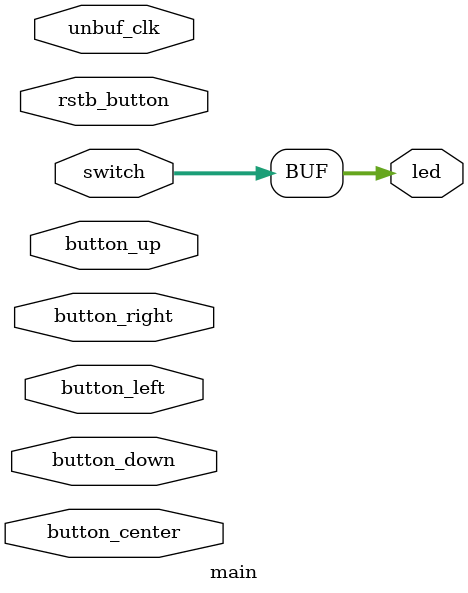
<source format=v>
`timescale 1ns / 1ps

`default_nettype none //makes undeclared nets errors instead of automatic wires

`define SYNTHESIS

module main(
	//default IO
	input wire unbuf_clk, rstb_button,
	input wire [7:0] switch,
	output wire [7:0] led,
	input wire button_up, button_down, button_right, button_left, button_center
);

parameter N = 32;

//clocking signals
wire cclk, cclk_n;
wire rst, rstb;

//debounce to the nearest 250ms (critical that this is longer than the cpu single step debouncer)
debouncer #(.CYCLES(25_000_000), .COUNTER_WIDTH(32), .RESET_VALUE(1'b0) ) DEBOUNCE_RSTB ( 
	.clk(cclk), .rst(1'b0), .bouncy(rstb_button), .debounced(rstb)
);

assign rst = ~rstb;
assign led = switch; // feel free to use this or any of the other IO devices for help debugging

//generate clock
clock_generator CLOCK_GEN (.clk100M_raw(unbuf_clk), .clk100M(cclk));

//datapath
mips_datapath DATAPATH (.clk(clk), .rstb(rstb), .rst(rst), .Error(Error));

/*
//memory
wire [N-1:0] mem_addr0, mem_rd_addr0, mem_wr_data0, mem_wr_addr1, mem_rd_addr1, mem_wr_data1, mem_addr0, mem_addr1;
wire [N-1:0] mem_rd_data0, mem_rd_data1;
wire mem_wr_ena0, mem_wr_ena1;

assign mem_addr1 = mem_wr_ena1 ? mem_wr_addr1 : mem_rd_addr1;
synth_dual_port_memory #(.N(32), .I_LENGTH(256), .D_LENGTH(513), .I_WIDTH(8), .D_WIDTH(10)) MEMORY (
	.clk(cclk),
	.rstb(rstb),
	.wr_ena0(mem_wr_ena0),
	.addr0(mem_addr0),
	.din0(mem_wr_data0),
	.dout0(mem_rd_data0),
	.wr_ena1(mem_wr_ena1),
	.addr1(mem_addr1),
	.din1(mem_wr_data1),
	.dout1(mem_rd_data1)
);
*/

endmodule

`default_nettype wire //disable default_nettype so non-user modules work properly


</source>
